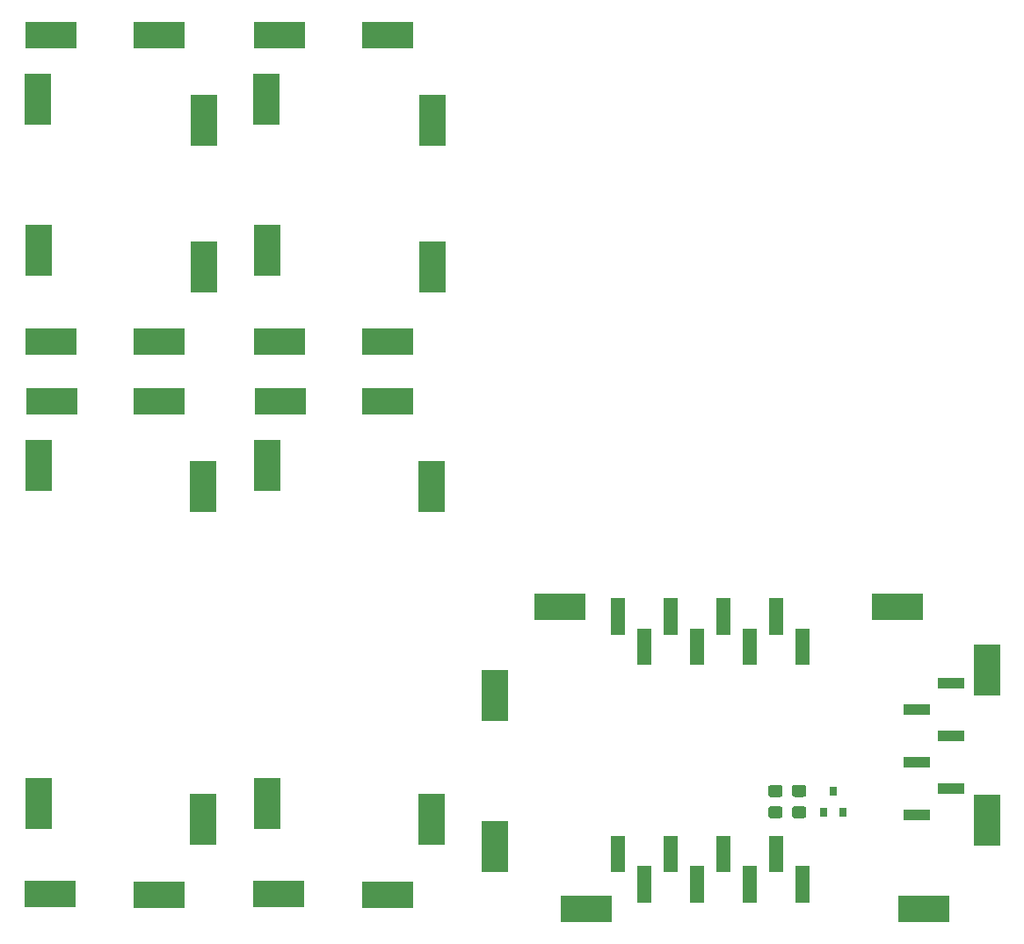
<source format=gbr>
%TF.GenerationSoftware,KiCad,Pcbnew,5.1.6-c6e7f7d~86~ubuntu18.04.1*%
%TF.CreationDate,2020-05-16T18:56:39+02:00*%
%TF.ProjectId,slimme-meter-tra,736c696d-6d65-42d6-9d65-7465722d7472,rev?*%
%TF.SameCoordinates,Original*%
%TF.FileFunction,Paste,Top*%
%TF.FilePolarity,Positive*%
%FSLAX46Y46*%
G04 Gerber Fmt 4.6, Leading zero omitted, Abs format (unit mm)*
G04 Created by KiCad (PCBNEW 5.1.6-c6e7f7d~86~ubuntu18.04.1) date 2020-05-16 18:56:39*
%MOMM*%
%LPD*%
G01*
G04 APERTURE LIST*
%ADD10C,0.010000*%
%ADD11R,2.500000X5.000000*%
%ADD12R,5.000000X2.500000*%
%ADD13R,1.270000X3.430001*%
%ADD14R,2.510000X1.000000*%
%ADD15R,0.800000X0.900000*%
G04 APERTURE END LIST*
D10*
G36*
X137961000Y-116500000D02*
G01*
X139231000Y-116500000D01*
X139231000Y-119930000D01*
X137961000Y-119930000D01*
X137961000Y-116500000D01*
G37*
X137961000Y-116500000D02*
X139231000Y-116500000D01*
X139231000Y-119930000D01*
X137961000Y-119930000D01*
X137961000Y-116500000D01*
G36*
X140501000Y-119420000D02*
G01*
X141771000Y-119420000D01*
X141771000Y-122850000D01*
X140501000Y-122850000D01*
X140501000Y-119420000D01*
G37*
X140501000Y-119420000D02*
X141771000Y-119420000D01*
X141771000Y-122850000D01*
X140501000Y-122850000D01*
X140501000Y-119420000D01*
G36*
X143041000Y-116500000D02*
G01*
X144311000Y-116500000D01*
X144311000Y-119930000D01*
X143041000Y-119930000D01*
X143041000Y-116500000D01*
G37*
X143041000Y-116500000D02*
X144311000Y-116500000D01*
X144311000Y-119930000D01*
X143041000Y-119930000D01*
X143041000Y-116500000D01*
G36*
X145581000Y-119420000D02*
G01*
X146851000Y-119420000D01*
X146851000Y-122850000D01*
X145581000Y-122850000D01*
X145581000Y-119420000D01*
G37*
X145581000Y-119420000D02*
X146851000Y-119420000D01*
X146851000Y-122850000D01*
X145581000Y-122850000D01*
X145581000Y-119420000D01*
G36*
X148121000Y-116500000D02*
G01*
X149391000Y-116500000D01*
X149391000Y-119930000D01*
X148121000Y-119930000D01*
X148121000Y-116500000D01*
G37*
X148121000Y-116500000D02*
X149391000Y-116500000D01*
X149391000Y-119930000D01*
X148121000Y-119930000D01*
X148121000Y-116500000D01*
G36*
X150661000Y-119420000D02*
G01*
X151931000Y-119420000D01*
X151931000Y-122850000D01*
X150661000Y-122850000D01*
X150661000Y-119420000D01*
G37*
X150661000Y-119420000D02*
X151931000Y-119420000D01*
X151931000Y-122850000D01*
X150661000Y-122850000D01*
X150661000Y-119420000D01*
G36*
X153201000Y-116500000D02*
G01*
X154471000Y-116500000D01*
X154471000Y-119930000D01*
X153201000Y-119930000D01*
X153201000Y-116500000D01*
G37*
X153201000Y-116500000D02*
X154471000Y-116500000D01*
X154471000Y-119930000D01*
X153201000Y-119930000D01*
X153201000Y-116500000D01*
G36*
X155741000Y-119420000D02*
G01*
X157011000Y-119420000D01*
X157011000Y-122850000D01*
X155741000Y-122850000D01*
X155741000Y-119420000D01*
G37*
X155741000Y-119420000D02*
X157011000Y-119420000D01*
X157011000Y-122850000D01*
X155741000Y-122850000D01*
X155741000Y-119420000D01*
G36*
X149435000Y-97015000D02*
G01*
X148165000Y-97015000D01*
X148165000Y-93585000D01*
X149435000Y-93585000D01*
X149435000Y-97015000D01*
G37*
X149435000Y-97015000D02*
X148165000Y-97015000D01*
X148165000Y-93585000D01*
X149435000Y-93585000D01*
X149435000Y-97015000D01*
G36*
X151975000Y-99935000D02*
G01*
X150705000Y-99935000D01*
X150705000Y-96505000D01*
X151975000Y-96505000D01*
X151975000Y-99935000D01*
G37*
X151975000Y-99935000D02*
X150705000Y-99935000D01*
X150705000Y-96505000D01*
X151975000Y-96505000D01*
X151975000Y-99935000D01*
G36*
X154515000Y-97015000D02*
G01*
X153245000Y-97015000D01*
X153245000Y-93585000D01*
X154515000Y-93585000D01*
X154515000Y-97015000D01*
G37*
X154515000Y-97015000D02*
X153245000Y-97015000D01*
X153245000Y-93585000D01*
X154515000Y-93585000D01*
X154515000Y-97015000D01*
G36*
X157055000Y-99935000D02*
G01*
X155785000Y-99935000D01*
X155785000Y-96505000D01*
X157055000Y-96505000D01*
X157055000Y-99935000D01*
G37*
X157055000Y-99935000D02*
X155785000Y-99935000D01*
X155785000Y-96505000D01*
X157055000Y-96505000D01*
X157055000Y-99935000D01*
G36*
X144355000Y-97015000D02*
G01*
X143085000Y-97015000D01*
X143085000Y-93585000D01*
X144355000Y-93585000D01*
X144355000Y-97015000D01*
G37*
X144355000Y-97015000D02*
X143085000Y-97015000D01*
X143085000Y-93585000D01*
X144355000Y-93585000D01*
X144355000Y-97015000D01*
G36*
X146895000Y-99935000D02*
G01*
X145625000Y-99935000D01*
X145625000Y-96505000D01*
X146895000Y-96505000D01*
X146895000Y-99935000D01*
G37*
X146895000Y-99935000D02*
X145625000Y-99935000D01*
X145625000Y-96505000D01*
X146895000Y-96505000D01*
X146895000Y-99935000D01*
G36*
X141815000Y-99935000D02*
G01*
X140545000Y-99935000D01*
X140545000Y-96505000D01*
X141815000Y-96505000D01*
X141815000Y-99935000D01*
G37*
X141815000Y-99935000D02*
X140545000Y-99935000D01*
X140545000Y-96505000D01*
X141815000Y-96505000D01*
X141815000Y-99935000D01*
G36*
X139275000Y-97015000D02*
G01*
X138005000Y-97015000D01*
X138005000Y-93585000D01*
X139275000Y-93585000D01*
X139275000Y-97015000D01*
G37*
X139275000Y-97015000D02*
X138005000Y-97015000D01*
X138005000Y-93585000D01*
X139275000Y-93585000D01*
X139275000Y-97015000D01*
D11*
X126800000Y-103000000D03*
X126800000Y-117500000D03*
D12*
X135600000Y-123500000D03*
X168100000Y-123500000D03*
D11*
X174200000Y-115000000D03*
X174200000Y-100500000D03*
D12*
X165600000Y-94400000D03*
X133100000Y-94400000D03*
X116500000Y-74565000D03*
X106145000Y-74565000D03*
D11*
X104875000Y-80800000D03*
X104875000Y-113400000D03*
D12*
X106000000Y-122063000D03*
X116500000Y-122190000D03*
D11*
X120700000Y-114900000D03*
X120700000Y-82820000D03*
D12*
X94500000Y-74565000D03*
X84145000Y-74565000D03*
D11*
X82875000Y-80800000D03*
X82875000Y-113400000D03*
D12*
X84000000Y-122063000D03*
X94500000Y-122190000D03*
D11*
X98700000Y-114900000D03*
X98700000Y-82820000D03*
X120800000Y-47525000D03*
X120800000Y-61600000D03*
D12*
X116500000Y-68861000D03*
X106037000Y-68861000D03*
D11*
X104900000Y-60000000D03*
X104800000Y-45500000D03*
D12*
X106037000Y-39270000D03*
X116500000Y-39270000D03*
D11*
X98800000Y-47525000D03*
X98800000Y-61600000D03*
D12*
X94500000Y-68861000D03*
X84037000Y-68861000D03*
D11*
X82900000Y-60000000D03*
X82800000Y-45500000D03*
D12*
X84037000Y-39270000D03*
X94500000Y-39270000D03*
D13*
X146260000Y-98220000D03*
X143720000Y-95300000D03*
X141180000Y-98220000D03*
X153880000Y-95300000D03*
X138640000Y-95300000D03*
X156420000Y-98220000D03*
X151340000Y-98220000D03*
X148800000Y-95300000D03*
X156376000Y-121135000D03*
X153836000Y-118215000D03*
X151296000Y-121135000D03*
X148756000Y-118215000D03*
X146216000Y-121135000D03*
X143676000Y-118215000D03*
X141136000Y-121135000D03*
X138596000Y-118215000D03*
D14*
X167421000Y-104308000D03*
X167421000Y-109388000D03*
X167421000Y-114468000D03*
X170731000Y-101768000D03*
X170731000Y-106848000D03*
X170731000Y-111928000D03*
G36*
G01*
X153385999Y-113648000D02*
X154286001Y-113648000D01*
G75*
G02*
X154536000Y-113897999I0J-249999D01*
G01*
X154536000Y-114548001D01*
G75*
G02*
X154286001Y-114798000I-249999J0D01*
G01*
X153385999Y-114798000D01*
G75*
G02*
X153136000Y-114548001I0J249999D01*
G01*
X153136000Y-113897999D01*
G75*
G02*
X153385999Y-113648000I249999J0D01*
G01*
G37*
G36*
G01*
X153385999Y-111598000D02*
X154286001Y-111598000D01*
G75*
G02*
X154536000Y-111847999I0J-249999D01*
G01*
X154536000Y-112498001D01*
G75*
G02*
X154286001Y-112748000I-249999J0D01*
G01*
X153385999Y-112748000D01*
G75*
G02*
X153136000Y-112498001I0J249999D01*
G01*
X153136000Y-111847999D01*
G75*
G02*
X153385999Y-111598000I249999J0D01*
G01*
G37*
G36*
G01*
X155671999Y-113639000D02*
X156572001Y-113639000D01*
G75*
G02*
X156822000Y-113888999I0J-249999D01*
G01*
X156822000Y-114539001D01*
G75*
G02*
X156572001Y-114789000I-249999J0D01*
G01*
X155671999Y-114789000D01*
G75*
G02*
X155422000Y-114539001I0J249999D01*
G01*
X155422000Y-113888999D01*
G75*
G02*
X155671999Y-113639000I249999J0D01*
G01*
G37*
G36*
G01*
X155671999Y-111589000D02*
X156572001Y-111589000D01*
G75*
G02*
X156822000Y-111838999I0J-249999D01*
G01*
X156822000Y-112489001D01*
G75*
G02*
X156572001Y-112739000I-249999J0D01*
G01*
X155671999Y-112739000D01*
G75*
G02*
X155422000Y-112489001I0J249999D01*
G01*
X155422000Y-111838999D01*
G75*
G02*
X155671999Y-111589000I249999J0D01*
G01*
G37*
D15*
X159424000Y-112198000D03*
X160374000Y-114198000D03*
X158474000Y-114198000D03*
M02*

</source>
